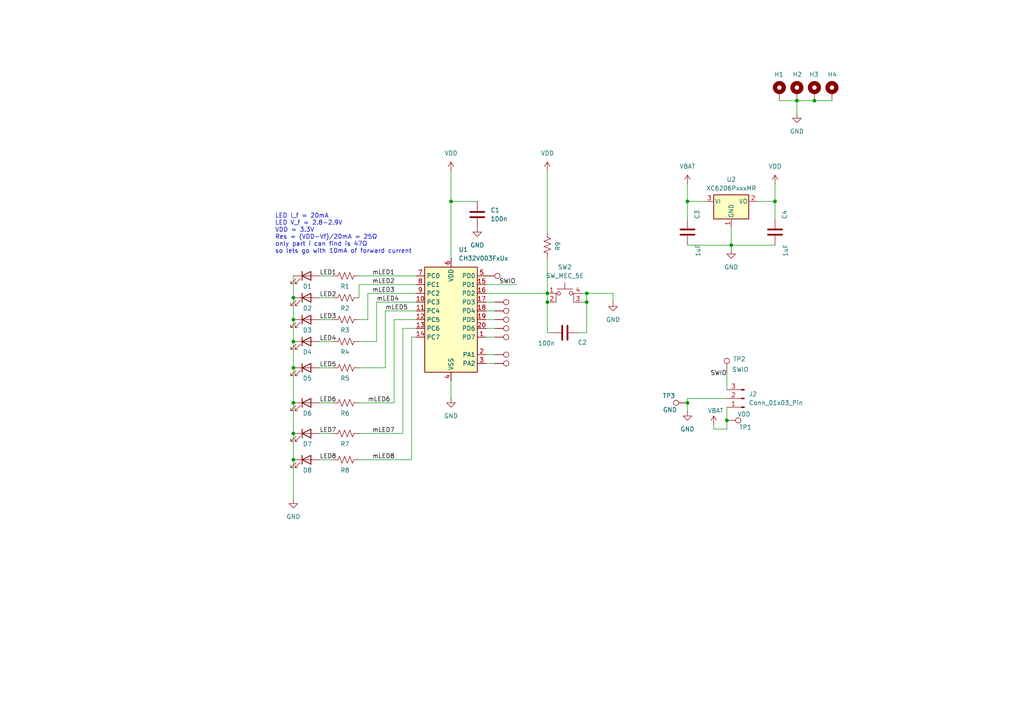
<source format=kicad_sch>
(kicad_sch (version 20231120) (generator "eeschema") (generator_version "8.0")
  (paper "A4")
  (lib_symbols
    (symbol "Connector:Conn_01x03_Pin" (pin_names (offset 1.016) hide)
      (property "Reference" "J" (at 0 5.08 0))
      (property "Value" "Conn_01x03_Pin" (at 0 -5.08 0))
      (symbol "Conn_01x03_Pin_1_1"
        (polyline (pts (xy 1.27 -2.54) (xy 0.8636 -2.54)) (stroke (width 0.1524)))
        (polyline (pts (xy 1.27 0) (xy 0.8636 0)) (stroke (width 0.1524)))
        (polyline (pts (xy 1.27 2.54) (xy 0.8636 2.54)) (stroke (width 0.1524)))
        (rectangle (start 0.8636 -2.413) (end 0 -2.667) (stroke (width 0.1524)) (fill (type outline)))
        (rectangle (start 0.8636 0.127) (end 0 -0.127) (stroke (width 0.1524)) (fill (type outline)))
        (rectangle (start 0.8636 2.667) (end 0 2.413) (stroke (width 0.1524)) (fill (type outline)))
        (pin passive line (at 5.08 2.54 180) (length 3.81) (name "Pin_1") (number "1"))
        (pin passive line (at 5.08 0 180) (length 3.81) (name "Pin_2") (number "2"))
        (pin passive line (at 5.08 -2.54 180) (length 3.81) (name "Pin_3") (number "3"))
      )
    )
    (symbol "Connector:TestPoint" (pin_numbers hide) (pin_names (offset 0.762) hide)
      (property "Reference" "TP" (at 0 6.858 0))
      (property "Value" "TestPoint" (at 0 5.08 0))
      (symbol "TestPoint_0_1"
        (circle (center 0 3.302) (radius 0.762))
      )
      (symbol "TestPoint_1_1"
        (pin passive line (at 0 0 90) (length 2.54) (name "1") (number "1"))
      )
    )
    (symbol "Device:C" (pin_numbers hide) (pin_names (offset 0.254))
      (property "Reference" "C" (at 0.635 2.54 0))
      (property "Value" "C" (at 0.635 -2.54 0))
      (symbol "C_0_1"
        (polyline (pts (xy -2.032 -0.762) (xy 2.032 -0.762)) (stroke (width 0.508)))
        (polyline (pts (xy -2.032 0.762) (xy 2.032 0.762)) (stroke (width 0.508)))
      )
      (symbol "C_1_1"
        (pin passive line (at 0 3.81 270) (length 2.794) (name "~") (number "1"))
        (pin passive line (at 0 -3.81 90) (length 2.794) (name "~") (number "2"))
      )
    )
    (symbol "Device:LED" (pin_numbers hide) (pin_names (offset 1.016) hide)
      (property "Reference" "D" (at 0 2.54 0))
      (property "Value" "LED" (at 0 -2.54 0))
      (symbol "LED_0_1"
        (polyline (pts (xy -1.27 -1.27) (xy -1.27 1.27)) (stroke (width 0.254)))
        (polyline (pts (xy -1.27 0) (xy 1.27 0)))
        (polyline (pts (xy 1.27 -1.27) (xy 1.27 1.27) (xy -1.27 0) (xy 1.27 -1.27)) (stroke (width 0.254)))
        (polyline (pts (xy -3.048 -0.762) (xy -4.572 -2.286) (xy -3.81 -2.286) (xy -4.572 -2.286) (xy -4.572 -1.524)))
        (polyline (pts (xy -1.778 -0.762) (xy -3.302 -2.286) (xy -2.54 -2.286) (xy -3.302 -2.286) (xy -3.302 -1.524)))
      )
      (symbol "LED_1_1"
        (pin passive line (at -3.81 0 0) (length 2.54) (name "K") (number "1"))
        (pin passive line (at 3.81 0 180) (length 2.54) (name "A") (number "2"))
      )
    )
    (symbol "Device:R_US" (pin_numbers hide) (pin_names (offset 0))
      (property "Reference" "R" (at 2.54 0 90))
      (property "Value" "R_US" (at -2.54 0 90))
      (symbol "R_US_0_1"
        (polyline (pts (xy 0 -2.286) (xy 0 -2.54)))
        (polyline (pts (xy 0 2.286) (xy 0 2.54)))
        (polyline (pts (xy 0 -0.762) (xy 1.016 -1.143) (xy 0 -1.524) (xy -1.016 -1.905) (xy 0 -2.286)))
        (polyline (pts (xy 0 0.762) (xy 1.016 0.381) (xy 0 0) (xy -1.016 -0.381) (xy 0 -0.762)))
        (polyline (pts (xy 0 2.286) (xy 1.016 1.905) (xy 0 1.524) (xy -1.016 1.143) (xy 0 0.762)))
      )
      (symbol "R_US_1_1"
        (pin passive line (at 0 3.81 270) (length 1.27) (name "~") (number "1"))
        (pin passive line (at 0 -3.81 90) (length 1.27) (name "~") (number "2"))
      )
    )
    (symbol "MCU_WCH_CH32V0:CH32V003FxUx"
      (property "Reference" "U" (at -7.62 17.78 0))
      (property "Value" "CH32V003FxUx" (at 7.62 17.78 0))
      (symbol "CH32V003FxUx_1_1"
        (rectangle (start -7.62 15.24) (end 7.62 -15.24) (stroke (width 0.254)) (fill (type background)))
        (pin bidirectional line (at 10.16 -5.08 180) (length 2.54) (name "PD7") (number "1"))
        (pin bidirectional line (at -10.16 5.08 0) (length 2.54) (name "PC3") (number "10"))
        (pin bidirectional line (at -10.16 2.54 0) (length 2.54) (name "PC4") (number "11"))
        (pin bidirectional line (at -10.16 0 0) (length 2.54) (name "PC5") (number "12"))
        (pin bidirectional line (at -10.16 -2.54 0) (length 2.54) (name "PC6") (number "13"))
        (pin bidirectional line (at -10.16 -5.08 0) (length 2.54) (name "PC7") (number "14"))
        (pin bidirectional line (at 10.16 10.16 180) (length 2.54) (name "PD1") (number "15"))
        (pin bidirectional line (at 10.16 7.62 180) (length 2.54) (name "PD2") (number "16"))
        (pin bidirectional line (at 10.16 5.08 180) (length 2.54) (name "PD3") (number "17"))
        (pin bidirectional line (at 10.16 2.54 180) (length 2.54) (name "PD4") (number "18"))
        (pin bidirectional line (at 10.16 0 180) (length 2.54) (name "PD5") (number "19"))
        (pin bidirectional line (at 10.16 -10.16 180) (length 2.54) (name "PA1") (number "2"))
        (pin bidirectional line (at 10.16 -2.54 180) (length 2.54) (name "PD6") (number "20"))
        (pin passive line (at 0 -17.78 90) (length 2.54) hide (name "VSS") (number "21"))
        (pin bidirectional line (at 10.16 -12.7 180) (length 2.54) (name "PA2") (number "3"))
        (pin power_in line (at 0 -17.78 90) (length 2.54) (name "VSS") (number "4"))
        (pin bidirectional line (at 10.16 12.7 180) (length 2.54) (name "PD0") (number "5"))
        (pin power_in line (at 0 17.78 270) (length 2.54) (name "VDD") (number "6"))
        (pin bidirectional line (at -10.16 12.7 0) (length 2.54) (name "PC0") (number "7"))
        (pin bidirectional line (at -10.16 10.16 0) (length 2.54) (name "PC1") (number "8"))
        (pin bidirectional line (at -10.16 7.62 0) (length 2.54) (name "PC2") (number "9"))
      )
    )
    (symbol "Mechanical:MountingHole_Pad" (pin_numbers hide) (pin_names (offset 1.016) hide) (exclude_from_sim yes) (in_bom no)
      (property "Reference" "H" (at 0 6.35 0))
      (property "Value" "MountingHole_Pad" (at 0 4.445 0))
      (symbol "MountingHole_Pad_0_1"
        (circle (center 0 1.27) (radius 1.27) (stroke (width 1.27)))
      )
      (symbol "MountingHole_Pad_1_1"
        (pin input line (at 0 -2.54 90) (length 2.54) (name "1") (number "1"))
      )
    )
    (symbol "Regulator_Linear:XC6206PxxxMR" (pin_names (offset 0.254))
      (property "Reference" "U" (at -3.81 3.175 0))
      (property "Value" "XC6206PxxxMR" (at 0 3.175 0))
      (symbol "XC6206PxxxMR_0_1"
        (rectangle (start -5.08 1.905) (end 5.08 -5.08) (stroke (width 0.254)) (fill (type background)))
      )
      (symbol "XC6206PxxxMR_1_1"
        (pin power_in line (at 0 -7.62 90) (length 2.54) (name "GND") (number "1"))
        (pin power_out line (at 7.62 0 180) (length 2.54) (name "VO") (number "2"))
        (pin power_in line (at -7.62 0 0) (length 2.54) (name "VI") (number "3"))
      )
    )
    (symbol "Switch:SW_MEC_5E" (pin_names (offset 1.016) hide)
      (property "Reference" "SW" (at 0.635 5.715 0))
      (property "Value" "SW_MEC_5E" (at 0 -3.175 0))
      (symbol "SW_MEC_5E_0_1"
        (circle (center -1.778 2.54) (radius 0.508))
        (polyline (pts (xy -2.286 3.81) (xy 2.286 3.81)))
        (polyline (pts (xy 0 3.81) (xy 0 5.588)))
        (polyline (pts (xy -2.54 0) (xy -2.54 2.54) (xy -2.286 2.54)))
        (polyline (pts (xy 2.54 0) (xy 2.54 2.54) (xy 2.286 2.54)))
        (circle (center 1.778 2.54) (radius 0.508))
        (pin passive line (at -5.08 2.54 0) (length 2.54) (name "1") (number "1"))
        (pin passive line (at -5.08 0 0) (length 2.54) (name "2") (number "2"))
        (pin passive line (at 5.08 0 180) (length 2.54) (name "K") (number "3"))
        (pin passive line (at 5.08 2.54 180) (length 2.54) (name "A") (number "4"))
      )
    )
    (symbol "power:GND" (power) (pin_numbers hide) (pin_names (offset 0) hide)
      (property "Value" "GND" (at 0 -3.81 0))
      (symbol "GND_0_1"
        (polyline (pts (xy 0 0) (xy 0 -1.27) (xy 1.27 -1.27) (xy 0 -2.54) (xy -1.27 -1.27) (xy 0 -1.27)))
      )
      (symbol "GND_1_1"
        (pin power_in line (at 0 0 270) (length 0) (name "~") (number "1"))
      )
    )
    (symbol "power:VDD" (power) (pin_numbers hide) (pin_names (offset 0) hide)
      (property "Value" "VDD" (at 0 3.556 0))
      (symbol "VDD_0_1"
        (polyline (pts (xy -0.762 1.27) (xy 0 2.54)))
        (polyline (pts (xy 0 0) (xy 0 2.54)))
        (polyline (pts (xy 0 2.54) (xy 0.762 1.27)))
      )
      (symbol "VDD_1_1"
        (pin power_in line (at 0 0 90) (length 0) (name "~") (number "1"))
      )
    )
  )
  (junction (at 210.82 121.92))
  (junction (at 85.09 106.68))
  (junction (at 85.09 125.73))
  (junction (at 85.09 99.06))
  (junction (at 85.09 133.35))
  (junction (at 224.79 58.42))
  (junction (at 158.75 87.63))
  (junction (at 170.18 87.63))
  (junction (at 85.09 116.84))
  (junction (at 199.39 116.84))
  (junction (at 158.75 85.09))
  (junction (at 231.14 29.21))
  (junction (at 85.09 86.36))
  (junction (at 130.81 58.42))
  (junction (at 212.09 71.12))
  (junction (at 199.39 58.42))
  (junction (at 85.09 92.71))
  (junction (at 236.22 29.21))
  (junction (at 170.18 85.09))
  (wire (pts (xy 130.81 58.42) (xy 130.81 74.93)))
  (wire (pts (xy 92.71 86.36) (xy 96.52 86.36)))
  (wire (pts (xy 158.75 49.53) (xy 158.75 67.31)))
  (wire (pts (xy 92.71 99.06) (xy 96.52 99.06)))
  (wire (pts (xy 104.14 82.55) (xy 104.14 86.36)))
  (wire (pts (xy 130.81 58.42) (xy 138.43 58.42)))
  (wire (pts (xy 140.97 105.41) (xy 143.51 105.41)))
  (wire (pts (xy 199.39 115.57) (xy 199.39 116.84)))
  (wire (pts (xy 158.75 74.93) (xy 158.75 85.09)))
  (wire (pts (xy 85.09 86.36) (xy 85.09 92.71)))
  (wire (pts (xy 114.3 92.71) (xy 120.65 92.71)))
  (wire (pts (xy 140.97 87.63) (xy 143.51 87.63)))
  (wire (pts (xy 92.71 125.73) (xy 96.52 125.73)))
  (wire (pts (xy 210.82 115.57) (xy 199.39 115.57)))
  (wire (pts (xy 140.97 90.17) (xy 143.51 90.17)))
  (wire (pts (xy 109.22 87.63) (xy 109.22 99.06)))
  (wire (pts (xy 177.8 85.09) (xy 177.8 87.63)))
  (wire (pts (xy 120.65 90.17) (xy 111.76 90.17)))
  (wire (pts (xy 111.76 90.17) (xy 111.76 106.68)))
  (wire (pts (xy 120.65 85.09) (xy 106.68 85.09)))
  (wire (pts (xy 140.97 95.25) (xy 143.51 95.25)))
  (wire (pts (xy 85.09 99.06) (xy 85.09 106.68)))
  (wire (pts (xy 212.09 71.12) (xy 212.09 72.39)))
  (wire (pts (xy 199.39 71.12) (xy 212.09 71.12)))
  (wire (pts (xy 119.38 97.79) (xy 120.65 97.79)))
  (wire (pts (xy 199.39 58.42) (xy 199.39 63.5)))
  (wire (pts (xy 130.81 49.53) (xy 130.81 58.42)))
  (wire (pts (xy 158.75 85.09) (xy 158.75 87.63)))
  (wire (pts (xy 106.68 92.71) (xy 104.14 92.71)))
  (wire (pts (xy 85.09 106.68) (xy 85.09 116.84)))
  (wire (pts (xy 207.01 124.46) (xy 207.01 123.19)))
  (wire (pts (xy 170.18 96.52) (xy 170.18 87.63)))
  (wire (pts (xy 104.14 116.84) (xy 114.3 116.84)))
  (wire (pts (xy 199.39 116.84) (xy 199.39 119.38)))
  (wire (pts (xy 116.84 95.25) (xy 116.84 125.73)))
  (wire (pts (xy 210.82 124.46) (xy 210.82 121.92)))
  (wire (pts (xy 116.84 125.73) (xy 104.14 125.73)))
  (wire (pts (xy 224.79 58.42) (xy 224.79 53.34)))
  (wire (pts (xy 85.09 125.73) (xy 85.09 133.35)))
  (wire (pts (xy 210.82 107.95) (xy 210.82 113.03)))
  (wire (pts (xy 224.79 58.42) (xy 224.79 63.5)))
  (wire (pts (xy 106.68 85.09) (xy 106.68 92.71)))
  (wire (pts (xy 140.97 82.55) (xy 149.86 82.55)))
  (wire (pts (xy 219.71 58.42) (xy 224.79 58.42)))
  (wire (pts (xy 168.91 85.09) (xy 170.18 85.09)))
  (wire (pts (xy 120.65 82.55) (xy 104.14 82.55)))
  (wire (pts (xy 210.82 121.92) (xy 210.82 118.11)))
  (wire (pts (xy 85.09 80.01) (xy 85.09 86.36)))
  (wire (pts (xy 92.71 80.01) (xy 96.52 80.01)))
  (wire (pts (xy 85.09 133.35) (xy 85.09 144.78)))
  (wire (pts (xy 92.71 133.35) (xy 96.52 133.35)))
  (wire (pts (xy 140.97 97.79) (xy 143.51 97.79)))
  (wire (pts (xy 85.09 92.71) (xy 85.09 99.06)))
  (wire (pts (xy 109.22 99.06) (xy 104.14 99.06)))
  (wire (pts (xy 212.09 66.04) (xy 212.09 71.12)))
  (wire (pts (xy 92.71 106.68) (xy 96.52 106.68)))
  (wire (pts (xy 92.71 92.71) (xy 96.52 92.71)))
  (wire (pts (xy 231.14 33.02) (xy 231.14 29.21)))
  (wire (pts (xy 140.97 85.09) (xy 158.75 85.09)))
  (wire (pts (xy 160.02 96.52) (xy 158.75 96.52)))
  (wire (pts (xy 120.65 95.25) (xy 116.84 95.25)))
  (wire (pts (xy 140.97 92.71) (xy 143.51 92.71)))
  (wire (pts (xy 170.18 87.63) (xy 170.18 85.09)))
  (wire (pts (xy 130.81 110.49) (xy 130.81 115.57)))
  (wire (pts (xy 168.91 87.63) (xy 170.18 87.63)))
  (wire (pts (xy 231.14 29.21) (xy 236.22 29.21)))
  (wire (pts (xy 210.82 124.46) (xy 207.01 124.46)))
  (wire (pts (xy 85.09 116.84) (xy 85.09 125.73)))
  (wire (pts (xy 119.38 133.35) (xy 119.38 97.79)))
  (wire (pts (xy 226.06 29.21) (xy 231.14 29.21)))
  (wire (pts (xy 204.47 58.42) (xy 199.39 58.42)))
  (wire (pts (xy 170.18 85.09) (xy 177.8 85.09)))
  (wire (pts (xy 158.75 87.63) (xy 158.75 96.52)))
  (wire (pts (xy 104.14 133.35) (xy 119.38 133.35)))
  (wire (pts (xy 92.71 116.84) (xy 96.52 116.84)))
  (wire (pts (xy 212.09 71.12) (xy 224.79 71.12)))
  (wire (pts (xy 104.14 80.01) (xy 120.65 80.01)))
  (wire (pts (xy 140.97 102.87) (xy 143.51 102.87)))
  (wire (pts (xy 120.65 87.63) (xy 109.22 87.63)))
  (wire (pts (xy 114.3 116.84) (xy 114.3 92.71)))
  (wire (pts (xy 199.39 58.42) (xy 199.39 53.34)))
  (wire (pts (xy 236.22 29.21) (xy 241.3 29.21)))
  (wire (pts (xy 167.64 96.52) (xy 170.18 96.52)))
  (wire (pts (xy 111.76 106.68) (xy 104.14 106.68)))
  (text "LED I_f = 20mA\nLED V_f = 2.8-2.9V\nVDD = 3.3V\nRes = (VDD-Vf)/20mA = 25Ω\nonly part i can find is 47Ω \nso lets go with 10mA of forward current" (at 79.756 67.818 0) (effects (font (size 1.27 1.27)) (justify left)))
  (label "mLED4" (at 109.22 87.63 0))
  (label "LED3" (at 92.71 92.71 0))
  (label "LED2" (at 92.71 86.36 0))
  (label "SWIO" (at 144.78 82.55 0))
  (label "LED7" (at 92.71 125.73 0))
  (label "mLED2" (at 107.95 82.55 0))
  (label "mLED6" (at 106.68 116.84 0))
  (label "mLED7" (at 107.95 125.73 0))
  (label "LED5" (at 92.71 106.68 0))
  (label "LED4" (at 92.71 99.06 0))
  (label "mLED5" (at 111.76 90.17 0))
  (label "mLED8" (at 107.95 133.35 0))
  (label "LED6" (at 92.71 116.84 0))
  (label "SWIO" (at 210.82 109.22 180))
  (label "LED1" (at 92.71 80.01 0))
  (label "LED8" (at 92.71 133.35 0))
  (label "mLED3" (at 107.95 85.09 0))
  (label "mLED1" (at 107.95 80.01 0))
  (symbol (lib_id "Device:R_US") (at 100.33 133.35 270) (unit 1)
    (property "Reference" "R8" (at 100.076 136.398 90))
    (property "Value" "R_US" (effects (hide yes)))
    (property "Footprint" "Resistor_SMD:R_0805_2012Metric_Pad1.20x1.40mm_HandSolder" (effects (hide yes)))
    (property "Description" "Resistor, US symbol" (effects (hide yes)))
  )
  (symbol (lib_id "power:GND") (at 85.09 144.78 0) (unit 1)
    (property "Reference" "#PWR03" (effects (hide yes)))
    (property "Value" "GND" (at 85.09 149.86 0))
    (property "Description" "Power symbol creates a global label with name \"GND\" , ground" (effects (hide yes)))
  )
  (symbol (lib_id "Switch:SW_MEC_5E") (at 163.83 87.63 0) (unit 1)
    (property "Reference" "SW2" (at 163.83 77.47 0))
    (property "Value" "SW_MEC_5E" (at 163.83 80.01 0))
    (property "Footprint" "TACT Switch:SW-SMD_4P-L5.1-W5.1-P3.70-LS6.5-TL-2" (effects (hide yes)))
    (property "Datasheet" "http://www.apem.com/int/index.php?controller=attachment&id_attachment=1371" (effects (hide yes)))
    (property "Description" "MEC 5E single pole normally-open tactile switch" (effects (hide yes)))
  )
  (symbol (lib_id "Device:C") (at 138.43 62.23 0) (unit 1)
    (property "Reference" "C1" (at 142.24 60.9599 0) (effects (justify left)))
    (property "Value" "100n" (at 142.24 63.4999 0) (effects (justify left)))
    (property "Footprint" "Capacitor_SMD:C_0805_2012Metric_Pad1.18x1.45mm_HandSolder" (effects (hide yes)))
    (property "Description" "Unpolarized capacitor" (effects (hide yes)))
  )
  (symbol (lib_id "Device:LED") (at 88.9 99.06 0) (unit 1)
    (property "Reference" "D4" (at 89.154 102.108 0))
    (property "Value" "LED" (effects (hide yes)))
    (property "Footprint" "LED:LED0805-R-RD" (effects (hide yes)))
    (property "Description" "Light emitting diode" (effects (hide yes)))
  )
  (symbol (lib_id "Device:LED") (at 88.9 116.84 0) (unit 1)
    (property "Reference" "D6" (at 89.154 119.888 0))
    (property "Value" "LED" (effects (hide yes)))
    (property "Footprint" "LED:LED0805-R-RD" (effects (hide yes)))
    (property "Description" "Light emitting diode" (effects (hide yes)))
  )
  (symbol (lib_id "Connector:TestPoint") (at 140.97 80.01 270) (unit 1)
    (property "Reference" "TP12" (effects (hide yes)))
    (property "Value" "PD0" (effects (hide yes)))
    (property "Footprint" "TestPoint:TestPoint_Pad_D2.0mm" (effects (hide yes)))
    (property "Description" "test point" (effects (hide yes)))
  )
  (symbol (lib_id "Connector:TestPoint") (at 143.51 105.41 270) (unit 1)
    (property "Reference" "TP10" (effects (hide yes)))
    (property "Value" "PA2" (effects (hide yes)))
    (property "Footprint" "TestPoint:TestPoint_Pad_D2.0mm" (effects (hide yes)))
    (property "Description" "test point" (effects (hide yes)))
  )
  (symbol (lib_id "Mechanical:MountingHole_Pad") (at 231.14 26.67 0) (unit 1) (exclude_from_sim yes) (in_bom no)
    (property "Reference" "H2" (at 229.87 21.59 0) (effects (justify left)))
    (property "Value" "MountingHole_Pad" (effects (hide yes)))
    (property "Footprint" "MountingHole:MountingHole_2.2mm_M2" (effects (hide yes)))
    (property "Description" "Mounting Hole with connection" (effects (hide yes)))
  )
  (symbol (lib_id "Device:C") (at 163.83 96.52 90) (unit 1)
    (property "Reference" "C2" (at 168.91 99.314 90))
    (property "Value" "100n" (at 158.496 99.568 90))
    (property "Footprint" "Capacitor_SMD:C_0805_2012Metric_Pad1.18x1.45mm_HandSolder" (effects (hide yes)))
    (property "Description" "Unpolarized capacitor" (effects (hide yes)))
  )
  (symbol (lib_id "Mechanical:MountingHole_Pad") (at 241.3 26.67 0) (unit 1) (exclude_from_sim yes) (in_bom no)
    (property "Reference" "H4" (at 240.03 21.59 0) (effects (justify left)))
    (property "Value" "MountingHole_Pad" (effects (hide yes)))
    (property "Footprint" "MountingHole:MountingHole_2.2mm_M2" (effects (hide yes)))
    (property "Description" "Mounting Hole with connection" (effects (hide yes)))
  )
  (symbol (lib_id "Device:LED") (at 88.9 92.71 0) (unit 1)
    (property "Reference" "D3" (at 89.154 95.758 0))
    (property "Value" "LED" (effects (hide yes)))
    (property "Footprint" "LED:LED0805-R-RD" (effects (hide yes)))
    (property "Description" "Light emitting diode" (effects (hide yes)))
  )
  (symbol (lib_id "power:VDD") (at 199.39 53.34 0) (unit 1)
    (property "Reference" "#PWR010" (effects (hide yes)))
    (property "Value" "VBAT" (at 199.39 48.26 0))
    (property "Description" "Power symbol creates a global label with name \"VDD\"" (effects (hide yes)))
  )
  (symbol (lib_id "Device:R_US") (at 100.33 106.68 270) (unit 1)
    (property "Reference" "R5" (at 100.076 109.728 90))
    (property "Value" "R_US" (effects (hide yes)))
    (property "Footprint" "Resistor_SMD:R_0805_2012Metric_Pad1.20x1.40mm_HandSolder" (effects (hide yes)))
    (property "Description" "Resistor, US symbol" (effects (hide yes)))
  )
  (symbol (lib_id "Connector:TestPoint") (at 143.51 87.63 270) (unit 1)
    (property "Reference" "TP4" (effects (hide yes)))
    (property "Value" "PD3" (effects (hide yes)))
    (property "Footprint" "TestPoint:TestPoint_Pad_D2.0mm" (effects (hide yes)))
    (property "Description" "test point" (effects (hide yes)))
  )
  (symbol (lib_id "power:GND") (at 138.43 66.04 0) (unit 1)
    (property "Reference" "#PWR04" (effects (hide yes)))
    (property "Value" "GND" (at 138.43 71.12 0))
    (property "Description" "Power symbol creates a global label with name \"GND\" , ground" (effects (hide yes)))
  )
  (symbol (lib_id "Device:R_US") (at 100.33 86.36 270) (unit 1)
    (property "Reference" "R2" (at 100.076 89.408 90))
    (property "Value" "R_US" (effects (hide yes)))
    (property "Footprint" "Resistor_SMD:R_0805_2012Metric_Pad1.20x1.40mm_HandSolder" (effects (hide yes)))
    (property "Description" "Resistor, US symbol" (effects (hide yes)))
  )
  (symbol (lib_id "Mechanical:MountingHole_Pad") (at 226.06 26.67 0) (unit 1) (exclude_from_sim yes) (in_bom no)
    (property "Reference" "H1" (at 224.536 21.59 0) (effects (justify left)))
    (property "Value" "MountingHole_Pad" (effects (hide yes)))
    (property "Footprint" "MountingHole:MountingHole_2.2mm_M2" (effects (hide yes)))
    (property "Description" "Mounting Hole with connection" (effects (hide yes)))
  )
  (symbol (lib_id "Device:C") (at 199.39 67.31 180) (unit 1)
    (property "Reference" "C3" (at 202.184 62.23 90))
    (property "Value" "1uF" (at 202.438 72.644 90))
    (property "Footprint" "Capacitor_SMD:C_0805_2012Metric_Pad1.18x1.45mm_HandSolder" (effects (hide yes)))
    (property "Description" "Unpolarized capacitor" (effects (hide yes)))
  )
  (symbol (lib_id "Connector:TestPoint") (at 143.51 95.25 270) (unit 1)
    (property "Reference" "TP7" (effects (hide yes)))
    (property "Value" "PD6" (effects (hide yes)))
    (property "Footprint" "TestPoint:TestPoint_Pad_D2.0mm" (effects (hide yes)))
    (property "Description" "test point" (effects (hide yes)))
  )
  (symbol (lib_id "Device:LED") (at 88.9 80.01 0) (unit 1)
    (property "Reference" "D1" (at 89.154 83.058 0))
    (property "Value" "LED" (effects (hide yes)))
    (property "Footprint" "LED:LED0805-R-RD" (effects (hide yes)))
    (property "Description" "Light emitting diode" (effects (hide yes)))
  )
  (symbol (lib_id "Regulator_Linear:XC6206PxxxMR") (at 212.09 58.42 0) (unit 1)
    (property "Reference" "U2" (at 212.09 52.07 0))
    (property "Value" "XC6206PxxxMR" (at 212.09 54.61 0))
    (property "Footprint" "Package_TO_SOT_SMD:SOT-23-3" (effects (hide yes)))
    (property "Datasheet" "https://www.torexsemi.com/file/xc6206/XC6206.pdf" (effects (hide yes)))
    (property "Description" "Positive 60-250mA Low Dropout Regulator, Fixed Output, SOT-23" (effects (hide yes)))
  )
  (symbol (lib_id "power:VDD") (at 207.01 123.19 0) (unit 1)
    (property "Reference" "#PWR07" (effects (hide yes)))
    (property "Value" "VBAT" (at 205.232 119.126 0) (effects (justify left)))
    (property "Description" "Power symbol creates a global label with name \"VDD\"" (effects (hide yes)))
  )
  (symbol (lib_id "Connector:Conn_01x03_Pin") (at 215.9 115.57 180) (unit 1)
    (property "Reference" "J2" (at 217.17 114.2999 0) (effects (justify right)))
    (property "Value" "Conn_01x03_Pin" (at 217.17 116.8399 0) (effects (justify right)))
    (property "Footprint" "Connector:FanPinHeader_1x03_P2.54mm_Vertical" (effects (hide yes)))
    (property "Description" "Generic connector, single row, 01x03, script generated" (effects (hide yes)))
  )
  (symbol (lib_id "Device:LED") (at 88.9 106.68 0) (unit 1)
    (property "Reference" "D5" (at 89.154 109.728 0))
    (property "Value" "LED" (effects (hide yes)))
    (property "Footprint" "LED:LED0805-R-RD" (effects (hide yes)))
    (property "Description" "Light emitting diode" (effects (hide yes)))
  )
  (symbol (lib_id "power:GND") (at 212.09 72.39 0) (unit 1)
    (property "Reference" "#PWR012" (effects (hide yes)))
    (property "Value" "GND" (at 212.09 77.47 0))
    (property "Description" "Power symbol creates a global label with name \"GND\" , ground" (effects (hide yes)))
  )
  (symbol (lib_id "Connector:TestPoint") (at 143.51 102.87 270) (unit 1)
    (property "Reference" "TP9" (effects (hide yes)))
    (property "Value" "PA1" (effects (hide yes)))
    (property "Footprint" "TestPoint:TestPoint_Pad_D2.0mm" (effects (hide yes)))
    (property "Description" "test point" (effects (hide yes)))
  )
  (symbol (lib_id "Connector:TestPoint") (at 199.39 116.84 90) (unit 1)
    (property "Reference" "TP3" (at 195.834 114.808 90) (effects (justify left)))
    (property "Value" "GND" (at 196.342 118.872 90) (effects (justify left)))
    (property "Footprint" "TestPoint:TestPoint_Pad_2.0x2.0mm" (effects (hide yes)))
    (property "Description" "test point" (effects (hide yes)))
  )
  (symbol (lib_id "Device:R_US") (at 100.33 99.06 270) (unit 1)
    (property "Reference" "R4" (at 100.076 102.108 90))
    (property "Value" "R_US" (effects (hide yes)))
    (property "Footprint" "Resistor_SMD:R_0805_2012Metric_Pad1.20x1.40mm_HandSolder" (effects (hide yes)))
    (property "Description" "Resistor, US symbol" (effects (hide yes)))
  )
  (symbol (lib_id "Device:LED") (at 88.9 133.35 0) (unit 1)
    (property "Reference" "D8" (at 89.154 136.398 0))
    (property "Value" "LED" (effects (hide yes)))
    (property "Footprint" "LED:LED0805-R-RD" (effects (hide yes)))
    (property "Description" "Light emitting diode" (effects (hide yes)))
  )
  (symbol (lib_id "power:VDD") (at 158.75 49.53 0) (unit 1)
    (property "Reference" "#PWR05" (effects (hide yes)))
    (property "Value" "VDD" (at 158.75 44.45 0))
    (property "Description" "Power symbol creates a global label with name \"VDD\"" (effects (hide yes)))
  )
  (symbol (lib_id "power:VDD") (at 224.79 53.34 0) (unit 1)
    (property "Reference" "#PWR011" (effects (hide yes)))
    (property "Value" "VDD" (at 224.79 48.26 0))
    (property "Description" "Power symbol creates a global label with name \"VDD\"" (effects (hide yes)))
  )
  (symbol (lib_id "Device:R_US") (at 100.33 116.84 270) (unit 1)
    (property "Reference" "R6" (at 100.076 119.888 90))
    (property "Value" "R_US" (effects (hide yes)))
    (property "Footprint" "Resistor_SMD:R_0805_2012Metric_Pad1.20x1.40mm_HandSolder" (effects (hide yes)))
    (property "Description" "Resistor, US symbol" (effects (hide yes)))
  )
  (symbol (lib_id "power:GND") (at 231.14 33.02 0) (unit 1)
    (property "Reference" "#PWR09" (effects (hide yes)))
    (property "Value" "GND" (at 231.14 38.1 0))
    (property "Description" "Power symbol creates a global label with name \"GND\" , ground" (effects (hide yes)))
  )
  (symbol (lib_id "Mechanical:MountingHole_Pad") (at 236.22 26.67 0) (unit 1) (exclude_from_sim yes) (in_bom no)
    (property "Reference" "H3" (at 234.696 21.59 0) (effects (justify left)))
    (property "Value" "MountingHole_Pad" (effects (hide yes)))
    (property "Footprint" "MountingHole:MountingHole_2.2mm_M2" (effects (hide yes)))
    (property "Description" "Mounting Hole with connection" (effects (hide yes)))
  )
  (symbol (lib_id "power:VDD") (at 130.81 49.53 0) (unit 1)
    (property "Reference" "#PWR01" (effects (hide yes)))
    (property "Value" "VDD" (at 130.81 44.45 0))
    (property "Description" "Power symbol creates a global label with name \"VDD\"" (effects (hide yes)))
  )
  (symbol (lib_id "Device:R_US") (at 158.75 71.12 0) (unit 1)
    (property "Reference" "R9" (at 161.798 71.374 90))
    (property "Value" "R_US" (effects (hide yes)))
    (property "Footprint" "Resistor_SMD:R_0805_2012Metric_Pad1.20x1.40mm_HandSolder" (effects (hide yes)))
    (property "Description" "Resistor, US symbol" (effects (hide yes)))
  )
  (symbol (lib_id "power:GND") (at 199.39 119.38 0) (unit 1)
    (property "Reference" "#PWR08" (effects (hide yes)))
    (property "Value" "GND" (at 199.39 124.46 0))
    (property "Description" "Power symbol creates a global label with name \"GND\" , ground" (effects (hide yes)))
  )
  (symbol (lib_id "Connector:TestPoint") (at 210.82 107.95 0) (unit 1)
    (property "Reference" "TP2" (at 212.598 104.14 0) (effects (justify left)))
    (property "Value" "SWIO" (at 212.344 107.188 0) (effects (justify left)))
    (property "Footprint" "TestPoint:TestPoint_Pad_D2.0mm" (effects (hide yes)))
    (property "Description" "test point" (effects (hide yes)))
  )
  (symbol (lib_id "Connector:TestPoint") (at 143.51 92.71 270) (unit 1)
    (property "Reference" "TP6" (effects (hide yes)))
    (property "Value" "PD5" (effects (hide yes)))
    (property "Footprint" "TestPoint:TestPoint_Pad_D2.0mm" (effects (hide yes)))
    (property "Description" "test point" (effects (hide yes)))
  )
  (symbol (lib_id "Device:R_US") (at 100.33 92.71 270) (unit 1)
    (property "Reference" "R3" (at 100.076 95.758 90))
    (property "Value" "R_US" (effects (hide yes)))
    (property "Footprint" "Resistor_SMD:R_0805_2012Metric_Pad1.20x1.40mm_HandSolder" (effects (hide yes)))
    (property "Description" "Resistor, US symbol" (effects (hide yes)))
  )
  (symbol (lib_id "Device:LED") (at 88.9 125.73 0) (unit 1)
    (property "Reference" "D7" (at 89.154 128.778 0))
    (property "Value" "LED" (effects (hide yes)))
    (property "Footprint" "LED:LED0805-R-RD" (effects (hide yes)))
    (property "Description" "Light emitting diode" (effects (hide yes)))
  )
  (symbol (lib_id "Device:R_US") (at 100.33 80.01 270) (unit 1)
    (property "Reference" "R1" (at 100.076 83.058 90))
    (property "Value" "R_US" (effects (hide yes)))
    (property "Footprint" "Resistor_SMD:R_0805_2012Metric_Pad1.20x1.40mm_HandSolder" (effects (hide yes)))
    (property "Description" "Resistor, US symbol" (effects (hide yes)))
  )
  (symbol (lib_id "Device:LED") (at 88.9 86.36 0) (unit 1)
    (property "Reference" "D2" (at 89.154 89.408 0))
    (property "Value" "LED" (effects (hide yes)))
    (property "Footprint" "LED:LED0805-R-RD" (effects (hide yes)))
    (property "Description" "Light emitting diode" (effects (hide yes)))
  )
  (symbol (lib_id "Connector:TestPoint") (at 143.51 97.79 270) (unit 1)
    (property "Reference" "TP8" (effects (hide yes)))
    (property "Value" "PD7" (effects (hide yes)))
    (property "Footprint" "TestPoint:TestPoint_Pad_D2.0mm" (effects (hide yes)))
    (property "Description" "test point" (effects (hide yes)))
  )
  (symbol (lib_id "power:GND") (at 177.8 87.63 0) (unit 1)
    (property "Reference" "#PWR06" (effects (hide yes)))
    (property "Value" "GND" (at 177.8 92.71 0))
    (property "Description" "Power symbol creates a global label with name \"GND\" , ground" (effects (hide yes)))
  )
  (symbol (lib_id "Device:R_US") (at 100.33 125.73 270) (unit 1)
    (property "Reference" "R7" (at 100.076 128.778 90))
    (property "Value" "R_US" (effects (hide yes)))
    (property "Footprint" "Resistor_SMD:R_0805_2012Metric_Pad1.20x1.40mm_HandSolder" (effects (hide yes)))
    (property "Description" "Resistor, US symbol" (effects (hide yes)))
  )
  (symbol (lib_id "Device:C") (at 224.79 67.31 180) (unit 1)
    (property "Reference" "C4" (at 227.584 62.23 90))
    (property "Value" "1uF" (at 227.838 72.644 90))
    (property "Footprint" "Capacitor_SMD:C_0805_2012Metric_Pad1.18x1.45mm_HandSolder" (effects (hide yes)))
    (property "Description" "Unpolarized capacitor" (effects (hide yes)))
  )
  (symbol (lib_id "power:GND") (at 130.81 115.57 0) (unit 1)
    (property "Reference" "#PWR02" (effects (hide yes)))
    (property "Value" "GND" (at 130.81 120.65 0))
    (property "Description" "Power symbol creates a global label with name \"GND\" , ground" (effects (hide yes)))
  )
  (symbol (lib_id "Connector:TestPoint") (at 143.51 90.17 270) (unit 1)
    (property "Reference" "TP5" (effects (hide yes)))
    (property "Value" "OPO" (effects (hide yes)))
    (property "Footprint" "TestPoint:TestPoint_Pad_D2.0mm" (effects (hide yes)))
    (property "Description" "test point" (effects (hide yes)))
  )
  (symbol (lib_id "MCU_WCH_CH32V0:CH32V003FxUx") (at 130.81 92.71 0) (unit 1)
    (property "Reference" "U1" (at 133.0041 72.39 0) (effects (justify left)))
    (property "Value" "CH32V003FxUx" (at 133.0041 74.93 0) (effects (justify left)))
    (property "Footprint" "Package_DFN_QFN:QFN-20-1EP_3x3mm_P0.4mm_EP1.65x1.65mm" (effects (hide yes)))
    (property "Datasheet" "https://www.wch-ic.com/products/CH32V003.html" (effects (hide yes)))
    (property "Description" "CH32V003 series are industrial-grade general-purpose microcontrollers designed based on 32-bit RISC-V instruction set and architecture. It adopts QingKe V2A core, RV32EC instruction set, and supports 2 levels of interrupt nesting. The series are mounted with rich peripheral interfaces and function modules. Its internal organizational structure meets the low-cost and low-power embedded application scenarios." (effects (hide yes)))
  )
  (symbol (lib_id "Connector:TestPoint") (at 210.82 121.92 270) (unit 1)
    (property "Reference" "TP1" (at 214.376 123.952 90) (effects (justify left)))
    (property "Value" "VDD" (at 213.868 120.142 90) (effects (justify left)))
    (property "Footprint" "TestPoint:TestPoint_Pad_D2.0mm" (effects (hide yes)))
    (property "Description" "test point" (effects (hide yes)))
  )
)
</source>
